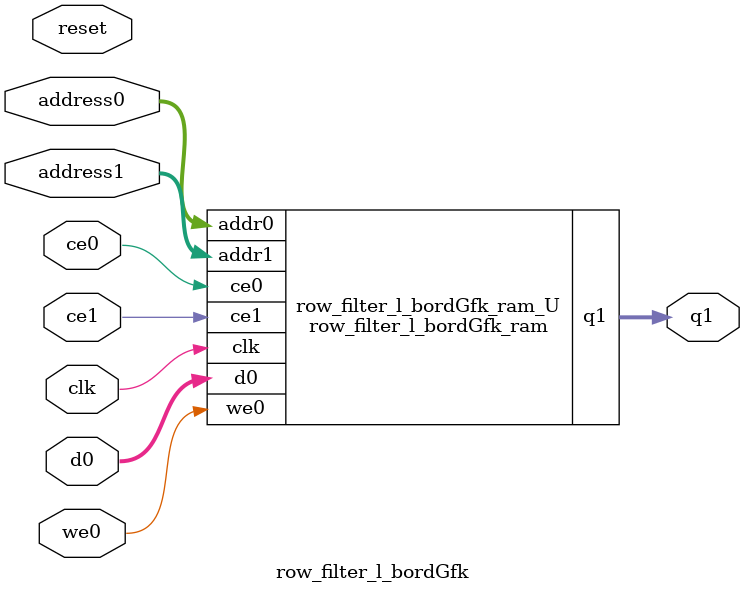
<source format=v>

`timescale 1 ns / 1 ps
module row_filter_l_bordGfk_ram (addr0, ce0, d0, we0, addr1, ce1, q1,  clk);

parameter DWIDTH = 40;
parameter AWIDTH = 3;
parameter MEM_SIZE = 7;

input[AWIDTH-1:0] addr0;
input ce0;
input[DWIDTH-1:0] d0;
input we0;
input[AWIDTH-1:0] addr1;
input ce1;
output reg[DWIDTH-1:0] q1;
input clk;

(* ram_style = "distributed" *)reg [DWIDTH-1:0] ram[0:MEM_SIZE-1];




always @(posedge clk)  
begin 
    if (ce0) 
    begin
        if (we0) 
        begin 
            ram[addr0] <= d0; 
        end 
    end
end


always @(posedge clk)  
begin 
    if (ce1) 
    begin
            q1 <= ram[addr1];
    end
end


endmodule


`timescale 1 ns / 1 ps
module row_filter_l_bordGfk(
    reset,
    clk,
    address0,
    ce0,
    we0,
    d0,
    address1,
    ce1,
    q1);

parameter DataWidth = 32'd40;
parameter AddressRange = 32'd7;
parameter AddressWidth = 32'd3;
input reset;
input clk;
input[AddressWidth - 1:0] address0;
input ce0;
input we0;
input[DataWidth - 1:0] d0;
input[AddressWidth - 1:0] address1;
input ce1;
output[DataWidth - 1:0] q1;



row_filter_l_bordGfk_ram row_filter_l_bordGfk_ram_U(
    .clk( clk ),
    .addr0( address0 ),
    .ce0( ce0 ),
    .we0( we0 ),
    .d0( d0 ),
    .addr1( address1 ),
    .ce1( ce1 ),
    .q1( q1 ));

endmodule


</source>
